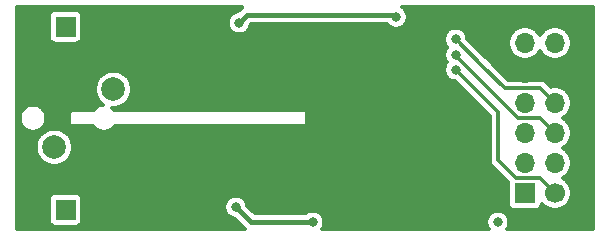
<source format=gbr>
%TF.GenerationSoftware,KiCad,Pcbnew,5.1.9*%
%TF.CreationDate,2021-01-25T14:22:29+03:00*%
%TF.ProjectId,dual-mcp3201-pmod,6475616c-2d6d-4637-9033-3230312d706d,rev?*%
%TF.SameCoordinates,PX4c4b400PY8583b00*%
%TF.FileFunction,Copper,L2,Bot*%
%TF.FilePolarity,Positive*%
%FSLAX46Y46*%
G04 Gerber Fmt 4.6, Leading zero omitted, Abs format (unit mm)*
G04 Created by KiCad (PCBNEW 5.1.9) date 2021-01-25 14:22:29*
%MOMM*%
%LPD*%
G01*
G04 APERTURE LIST*
%TA.AperFunction,ComponentPad*%
%ADD10O,1.700000X1.700000*%
%TD*%
%TA.AperFunction,ComponentPad*%
%ADD11R,1.700000X1.700000*%
%TD*%
%TA.AperFunction,ComponentPad*%
%ADD12C,1.700000*%
%TD*%
%TA.AperFunction,ComponentPad*%
%ADD13C,2.000000*%
%TD*%
%TA.AperFunction,ViaPad*%
%ADD14C,0.800000*%
%TD*%
%TA.AperFunction,Conductor*%
%ADD15C,0.400000*%
%TD*%
%TA.AperFunction,Conductor*%
%ADD16C,0.300000*%
%TD*%
%TA.AperFunction,Conductor*%
%ADD17C,0.350000*%
%TD*%
%TA.AperFunction,Conductor*%
%ADD18C,0.100000*%
%TD*%
G04 APERTURE END LIST*
D10*
%TO.P,X4,2*%
%TO.N,GND*%
X2210000Y17750000D03*
D11*
%TO.P,X4,1*%
%TO.N,Net-(C9-Pad1)*%
X4750000Y17750000D03*
%TD*%
D10*
%TO.P,X3,2*%
%TO.N,GND*%
X2210000Y2250000D03*
D11*
%TO.P,X3,1*%
%TO.N,Net-(C2-Pad1)*%
X4750000Y2250000D03*
%TD*%
D12*
%TO.P,X2,7*%
%TO.N,/CS_N1*%
X46170000Y3650000D03*
D11*
%TO.P,X2,1*%
%TO.N,/CS_N0*%
X43630000Y3650000D03*
D10*
%TO.P,X2,8*%
%TO.N,Net-(X2-Pad8)*%
X46170000Y6190000D03*
%TO.P,X2,2*%
%TO.N,Net-(X2-Pad2)*%
X43630000Y6190000D03*
%TO.P,X2,9*%
%TO.N,/MISO1*%
X46170000Y8730000D03*
%TO.P,X2,3*%
%TO.N,/MISO0*%
X43630000Y8730000D03*
%TO.P,X2,10*%
%TO.N,/SCLK1*%
X46170000Y11270000D03*
%TO.P,X2,4*%
%TO.N,/SCLK0*%
X43630000Y11270000D03*
%TO.P,X2,11*%
%TO.N,GND*%
X46170000Y13810000D03*
%TO.P,X2,5*%
X43630000Y13810000D03*
%TO.P,X2,12*%
%TO.N,+VDD_3.3V*%
X46170000Y16350000D03*
%TO.P,X2,6*%
X43630000Y16350000D03*
%TD*%
D13*
%TO.P,X1,3*%
%TO.N,Net-(C9-Pad1)*%
X8800000Y12450000D03*
%TO.P,X1,2*%
%TO.N,Net-(C2-Pad1)*%
X3800000Y7550000D03*
%TO.P,X1,1*%
%TO.N,GND*%
X2000000Y12450000D03*
%TD*%
D14*
%TO.N,*%
X41350000Y1200000D03*
%TO.N,Net-(C1-Pad2)*%
X25670000Y1190000D03*
X19170000Y2470000D03*
%TO.N,GND*%
X11700000Y18650000D03*
X11700000Y8400000D03*
X11700000Y11600000D03*
X38750000Y8450000D03*
X30250000Y7500000D03*
X35250000Y8500000D03*
X29095000Y14095000D03*
X19450000Y6250000D03*
X19450000Y16750000D03*
X26250000Y14750000D03*
X26250000Y9300000D03*
X29050000Y1600000D03*
X23700000Y3375000D03*
X17750000Y4800000D03*
X17750000Y15050000D03*
X23700000Y13640000D03*
X41799998Y18250000D03*
%TO.N,/SCLK1*%
X37775000Y16675000D03*
%TO.N,/MISO1*%
X37775000Y15350000D03*
%TO.N,/CS_N1*%
X37775000Y14100000D03*
%TO.N,Net-(C8-Pad2)*%
X19460000Y18070000D03*
X32740000Y18560000D03*
%TD*%
D15*
%TO.N,Net-(C1-Pad2)*%
X19180000Y2470000D02*
X19170000Y2470000D01*
X20460000Y1190000D02*
X19180000Y2470000D01*
X25670000Y1190000D02*
X20460000Y1190000D01*
%TO.N,/SCLK1*%
X37775000Y16675000D02*
X37845000Y16675000D01*
D16*
X40020000Y14430000D02*
X37775000Y16675000D01*
X44900000Y12540000D02*
X41910000Y12540000D01*
X41910000Y12540000D02*
X40020000Y14430000D01*
X46170000Y11270000D02*
X44900000Y12540000D01*
%TO.N,/MISO1*%
X37775000Y15275000D02*
X37775000Y15350000D01*
X43050000Y10000000D02*
X37775000Y15275000D01*
X44900000Y10000000D02*
X43050000Y10000000D01*
X46170000Y8730000D02*
X44900000Y10000000D01*
D15*
%TO.N,/CS_N1*%
X46050002Y3650000D02*
X46170000Y3650000D01*
D16*
X41370000Y10500000D02*
X41370000Y6470000D01*
X37775000Y14095000D02*
X41370000Y10500000D01*
X37775000Y14100000D02*
X37775000Y14095000D01*
X44890000Y4930000D02*
X46170000Y3650000D01*
X42910000Y4930000D02*
X44890000Y4930000D01*
X41370000Y6470000D02*
X42910000Y4930000D01*
D15*
%TO.N,Net-(C8-Pad2)*%
X32550000Y18750000D02*
X20140000Y18750000D01*
X20140000Y18750000D02*
X19460000Y18070000D01*
X32740000Y18560000D02*
X32550000Y18750000D01*
%TD*%
D17*
%TO.N,GND*%
X19707349Y19397506D02*
X19664888Y19362658D01*
X19589341Y19300659D01*
X19565072Y19271087D01*
X19332782Y19038796D01*
X19175603Y19007532D01*
X18998164Y18934034D01*
X18838473Y18827332D01*
X18702668Y18691527D01*
X18595966Y18531836D01*
X18522468Y18354397D01*
X18485000Y18166029D01*
X18485000Y17973971D01*
X18522468Y17785603D01*
X18595966Y17608164D01*
X18702668Y17448473D01*
X18838473Y17312668D01*
X18998164Y17205966D01*
X19175603Y17132468D01*
X19363971Y17095000D01*
X19556029Y17095000D01*
X19744397Y17132468D01*
X19921836Y17205966D01*
X20081527Y17312668D01*
X20217332Y17448473D01*
X20324034Y17608164D01*
X20397532Y17785603D01*
X20428796Y17942782D01*
X20461015Y17975000D01*
X31958261Y17975000D01*
X31982668Y17938473D01*
X32118473Y17802668D01*
X32278164Y17695966D01*
X32455603Y17622468D01*
X32643971Y17585000D01*
X32836029Y17585000D01*
X33024397Y17622468D01*
X33201836Y17695966D01*
X33361527Y17802668D01*
X33497332Y17938473D01*
X33604034Y18098164D01*
X33677532Y18275603D01*
X33715000Y18463971D01*
X33715000Y18656029D01*
X33677532Y18844397D01*
X33604034Y19021836D01*
X33497332Y19181527D01*
X33361527Y19317332D01*
X33237805Y19400000D01*
X49400001Y19400000D01*
X49400000Y600000D01*
X42121716Y600000D01*
X42214034Y738164D01*
X42287532Y915603D01*
X42325000Y1103971D01*
X42325000Y1296029D01*
X42287532Y1484397D01*
X42214034Y1661836D01*
X42107332Y1821527D01*
X41971527Y1957332D01*
X41811836Y2064034D01*
X41634397Y2137532D01*
X41446029Y2175000D01*
X41253971Y2175000D01*
X41065603Y2137532D01*
X40888164Y2064034D01*
X40728473Y1957332D01*
X40592668Y1821527D01*
X40485966Y1661836D01*
X40412468Y1484397D01*
X40375000Y1296029D01*
X40375000Y1103971D01*
X40412468Y915603D01*
X40485966Y738164D01*
X40578284Y600000D01*
X26448398Y600000D01*
X26534034Y728164D01*
X26607532Y905603D01*
X26645000Y1093971D01*
X26645000Y1286029D01*
X26607532Y1474397D01*
X26534034Y1651836D01*
X26427332Y1811527D01*
X26291527Y1947332D01*
X26131836Y2054034D01*
X25954397Y2127532D01*
X25766029Y2165000D01*
X25573971Y2165000D01*
X25385603Y2127532D01*
X25208164Y2054034D01*
X25074915Y1965000D01*
X20781015Y1965000D01*
X20136313Y2609701D01*
X20107532Y2754397D01*
X20034034Y2931836D01*
X19927332Y3091527D01*
X19791527Y3227332D01*
X19631836Y3334034D01*
X19454397Y3407532D01*
X19266029Y3445000D01*
X19073971Y3445000D01*
X18885603Y3407532D01*
X18708164Y3334034D01*
X18548473Y3227332D01*
X18412668Y3091527D01*
X18305966Y2931836D01*
X18232468Y2754397D01*
X18195000Y2566029D01*
X18195000Y2373971D01*
X18232468Y2185603D01*
X18305966Y2008164D01*
X18412668Y1848473D01*
X18548473Y1712668D01*
X18708164Y1605966D01*
X18885603Y1532468D01*
X19055265Y1498721D01*
X19885072Y668913D01*
X19909341Y639341D01*
X19957278Y600000D01*
X600000Y600000D01*
X600000Y3100000D01*
X3322218Y3100000D01*
X3322218Y1400000D01*
X3333320Y1287280D01*
X3366199Y1178892D01*
X3419592Y1079002D01*
X3491446Y991446D01*
X3579002Y919592D01*
X3678892Y866199D01*
X3787280Y833320D01*
X3900000Y822218D01*
X5600000Y822218D01*
X5712720Y833320D01*
X5821108Y866199D01*
X5920998Y919592D01*
X6008554Y991446D01*
X6080408Y1079002D01*
X6133801Y1178892D01*
X6166680Y1287280D01*
X6177782Y1400000D01*
X6177782Y3100000D01*
X6166680Y3212720D01*
X6133801Y3321108D01*
X6080408Y3420998D01*
X6008554Y3508554D01*
X5920998Y3580408D01*
X5821108Y3633801D01*
X5712720Y3666680D01*
X5600000Y3677782D01*
X3900000Y3677782D01*
X3787280Y3666680D01*
X3678892Y3633801D01*
X3579002Y3580408D01*
X3491446Y3508554D01*
X3419592Y3420998D01*
X3366199Y3321108D01*
X3333320Y3212720D01*
X3322218Y3100000D01*
X600000Y3100000D01*
X600000Y7705124D01*
X2225000Y7705124D01*
X2225000Y7394876D01*
X2285526Y7090589D01*
X2404253Y6803958D01*
X2576617Y6545996D01*
X2795996Y6326617D01*
X3053958Y6154253D01*
X3340589Y6035526D01*
X3644876Y5975000D01*
X3955124Y5975000D01*
X4259411Y6035526D01*
X4546042Y6154253D01*
X4804004Y6326617D01*
X5023383Y6545996D01*
X5195747Y6803958D01*
X5314474Y7090589D01*
X5375000Y7394876D01*
X5375000Y7705124D01*
X5314474Y8009411D01*
X5195747Y8296042D01*
X5023383Y8554004D01*
X4804004Y8773383D01*
X4546042Y8945747D01*
X4259411Y9064474D01*
X3955124Y9125000D01*
X3644876Y9125000D01*
X3340589Y9064474D01*
X3053958Y8945747D01*
X2795996Y8773383D01*
X2576617Y8554004D01*
X2404253Y8296042D01*
X2285526Y8009411D01*
X2225000Y7705124D01*
X600000Y7705124D01*
X600000Y10110803D01*
X875000Y10110803D01*
X875000Y9889197D01*
X918233Y9671850D01*
X1003038Y9467113D01*
X1126156Y9282855D01*
X1282855Y9126156D01*
X1467113Y9003038D01*
X1671850Y8918233D01*
X1889197Y8875000D01*
X2110803Y8875000D01*
X2328150Y8918233D01*
X2532887Y9003038D01*
X2717145Y9126156D01*
X2873844Y9282855D01*
X2996962Y9467113D01*
X3081767Y9671850D01*
X3125000Y9889197D01*
X3125000Y10110803D01*
X3081767Y10328150D01*
X3010585Y10500000D01*
X5075000Y10500000D01*
X5075000Y9500000D01*
X5078363Y9465859D01*
X5088321Y9433030D01*
X5104493Y9402775D01*
X5126256Y9376256D01*
X5152775Y9354493D01*
X5183030Y9338321D01*
X5215859Y9328363D01*
X5250000Y9325000D01*
X7097995Y9325000D01*
X7126156Y9282855D01*
X7282855Y9126156D01*
X7467113Y9003038D01*
X7671850Y8918233D01*
X7889197Y8875000D01*
X8110803Y8875000D01*
X8328150Y8918233D01*
X8532887Y9003038D01*
X8717145Y9126156D01*
X8873844Y9282855D01*
X8902005Y9325000D01*
X25000000Y9325000D01*
X25034141Y9328363D01*
X25066970Y9338321D01*
X25097225Y9354493D01*
X25123744Y9376256D01*
X25145507Y9402775D01*
X25161679Y9433030D01*
X25171637Y9465859D01*
X25175000Y9500000D01*
X25175000Y10500000D01*
X25171637Y10534141D01*
X25161679Y10566970D01*
X25145507Y10597225D01*
X25123744Y10623744D01*
X25097225Y10645507D01*
X25066970Y10661679D01*
X25034141Y10671637D01*
X25000000Y10675000D01*
X8902005Y10675000D01*
X8873844Y10717145D01*
X8717145Y10873844D01*
X8715415Y10875000D01*
X8955124Y10875000D01*
X9259411Y10935526D01*
X9546042Y11054253D01*
X9804004Y11226617D01*
X10023383Y11445996D01*
X10195747Y11703958D01*
X10314474Y11990589D01*
X10375000Y12294876D01*
X10375000Y12605124D01*
X10314474Y12909411D01*
X10195747Y13196042D01*
X10023383Y13454004D01*
X9804004Y13673383D01*
X9546042Y13845747D01*
X9259411Y13964474D01*
X8955124Y14025000D01*
X8644876Y14025000D01*
X8340589Y13964474D01*
X8053958Y13845747D01*
X7795996Y13673383D01*
X7576617Y13454004D01*
X7404253Y13196042D01*
X7285526Y12909411D01*
X7225000Y12605124D01*
X7225000Y12294876D01*
X7285526Y11990589D01*
X7404253Y11703958D01*
X7576617Y11445996D01*
X7795996Y11226617D01*
X7948077Y11125000D01*
X7889197Y11125000D01*
X7671850Y11081767D01*
X7467113Y10996962D01*
X7282855Y10873844D01*
X7126156Y10717145D01*
X7097995Y10675000D01*
X5250000Y10675000D01*
X5215859Y10671637D01*
X5183030Y10661679D01*
X5152775Y10645507D01*
X5126256Y10623744D01*
X5104493Y10597225D01*
X5088321Y10566970D01*
X5078363Y10534141D01*
X5075000Y10500000D01*
X3010585Y10500000D01*
X2996962Y10532887D01*
X2873844Y10717145D01*
X2717145Y10873844D01*
X2532887Y10996962D01*
X2328150Y11081767D01*
X2110803Y11125000D01*
X1889197Y11125000D01*
X1671850Y11081767D01*
X1467113Y10996962D01*
X1282855Y10873844D01*
X1126156Y10717145D01*
X1003038Y10532887D01*
X918233Y10328150D01*
X875000Y10110803D01*
X600000Y10110803D01*
X600000Y18600000D01*
X3322218Y18600000D01*
X3322218Y16900000D01*
X3333320Y16787280D01*
X3366199Y16678892D01*
X3419592Y16579002D01*
X3491446Y16491446D01*
X3579002Y16419592D01*
X3678892Y16366199D01*
X3787280Y16333320D01*
X3900000Y16322218D01*
X5600000Y16322218D01*
X5712720Y16333320D01*
X5821108Y16366199D01*
X5920998Y16419592D01*
X6008554Y16491446D01*
X6080408Y16579002D01*
X6133801Y16678892D01*
X6161750Y16771029D01*
X36800000Y16771029D01*
X36800000Y16578971D01*
X36837468Y16390603D01*
X36910966Y16213164D01*
X37017668Y16053473D01*
X37058641Y16012500D01*
X37017668Y15971527D01*
X36910966Y15811836D01*
X36837468Y15634397D01*
X36800000Y15446029D01*
X36800000Y15253971D01*
X36837468Y15065603D01*
X36910966Y14888164D01*
X37017668Y14728473D01*
X37021141Y14725000D01*
X37017668Y14721527D01*
X36910966Y14561836D01*
X36837468Y14384397D01*
X36800000Y14196029D01*
X36800000Y14003971D01*
X36837468Y13815603D01*
X36910966Y13638164D01*
X37017668Y13478473D01*
X37153473Y13342668D01*
X37313164Y13235966D01*
X37490603Y13162468D01*
X37678971Y13125000D01*
X37719696Y13125000D01*
X40645000Y10199695D01*
X40645001Y6505607D01*
X40641494Y6470000D01*
X40655492Y6327876D01*
X40696947Y6191213D01*
X40764269Y6065264D01*
X40832170Y5982526D01*
X40832173Y5982523D01*
X40854869Y5954868D01*
X40882523Y5932173D01*
X42212303Y4602392D01*
X42202218Y4500000D01*
X42202218Y2800000D01*
X42213320Y2687280D01*
X42246199Y2578892D01*
X42299592Y2479002D01*
X42371446Y2391446D01*
X42459002Y2319592D01*
X42558892Y2266199D01*
X42667280Y2233320D01*
X42780000Y2222218D01*
X44480000Y2222218D01*
X44592720Y2233320D01*
X44701108Y2266199D01*
X44800998Y2319592D01*
X44888554Y2391446D01*
X44960408Y2479002D01*
X45013801Y2578892D01*
X45046680Y2687280D01*
X45053457Y2756091D01*
X45063130Y2741615D01*
X45261615Y2543130D01*
X45495009Y2387181D01*
X45754343Y2279762D01*
X46029650Y2225000D01*
X46310350Y2225000D01*
X46585657Y2279762D01*
X46844991Y2387181D01*
X47078385Y2543130D01*
X47276870Y2741615D01*
X47432819Y2975009D01*
X47540238Y3234343D01*
X47595000Y3509650D01*
X47595000Y3790350D01*
X47540238Y4065657D01*
X47432819Y4324991D01*
X47276870Y4558385D01*
X47078385Y4756870D01*
X46844991Y4912819D01*
X46827654Y4920000D01*
X46844991Y4927181D01*
X47078385Y5083130D01*
X47276870Y5281615D01*
X47432819Y5515009D01*
X47540238Y5774343D01*
X47595000Y6049650D01*
X47595000Y6330350D01*
X47540238Y6605657D01*
X47432819Y6864991D01*
X47276870Y7098385D01*
X47078385Y7296870D01*
X46844991Y7452819D01*
X46827654Y7460000D01*
X46844991Y7467181D01*
X47078385Y7623130D01*
X47276870Y7821615D01*
X47432819Y8055009D01*
X47540238Y8314343D01*
X47595000Y8589650D01*
X47595000Y8870350D01*
X47540238Y9145657D01*
X47432819Y9404991D01*
X47276870Y9638385D01*
X47078385Y9836870D01*
X46844991Y9992819D01*
X46827654Y10000000D01*
X46844991Y10007181D01*
X47078385Y10163130D01*
X47276870Y10361615D01*
X47432819Y10595009D01*
X47540238Y10854343D01*
X47595000Y11129650D01*
X47595000Y11410350D01*
X47540238Y11685657D01*
X47432819Y11944991D01*
X47276870Y12178385D01*
X47078385Y12376870D01*
X46844991Y12532819D01*
X46585657Y12640238D01*
X46310350Y12695000D01*
X46029650Y12695000D01*
X45813333Y12651972D01*
X45437832Y13027472D01*
X45415132Y13055132D01*
X45304737Y13145731D01*
X45178788Y13213053D01*
X45042125Y13254509D01*
X44935607Y13265000D01*
X44935597Y13265000D01*
X44900000Y13268506D01*
X44864403Y13265000D01*
X42210305Y13265000D01*
X40557834Y14917470D01*
X40557830Y14917475D01*
X38984955Y16490350D01*
X42205000Y16490350D01*
X42205000Y16209650D01*
X42259762Y15934343D01*
X42367181Y15675009D01*
X42523130Y15441615D01*
X42721615Y15243130D01*
X42955009Y15087181D01*
X43214343Y14979762D01*
X43489650Y14925000D01*
X43770350Y14925000D01*
X44045657Y14979762D01*
X44304991Y15087181D01*
X44538385Y15243130D01*
X44736870Y15441615D01*
X44892819Y15675009D01*
X44900000Y15692346D01*
X44907181Y15675009D01*
X45063130Y15441615D01*
X45261615Y15243130D01*
X45495009Y15087181D01*
X45754343Y14979762D01*
X46029650Y14925000D01*
X46310350Y14925000D01*
X46585657Y14979762D01*
X46844991Y15087181D01*
X47078385Y15243130D01*
X47276870Y15441615D01*
X47432819Y15675009D01*
X47540238Y15934343D01*
X47595000Y16209650D01*
X47595000Y16490350D01*
X47540238Y16765657D01*
X47432819Y17024991D01*
X47276870Y17258385D01*
X47078385Y17456870D01*
X46844991Y17612819D01*
X46585657Y17720238D01*
X46310350Y17775000D01*
X46029650Y17775000D01*
X45754343Y17720238D01*
X45495009Y17612819D01*
X45261615Y17456870D01*
X45063130Y17258385D01*
X44907181Y17024991D01*
X44900000Y17007654D01*
X44892819Y17024991D01*
X44736870Y17258385D01*
X44538385Y17456870D01*
X44304991Y17612819D01*
X44045657Y17720238D01*
X43770350Y17775000D01*
X43489650Y17775000D01*
X43214343Y17720238D01*
X42955009Y17612819D01*
X42721615Y17456870D01*
X42523130Y17258385D01*
X42367181Y17024991D01*
X42259762Y16765657D01*
X42205000Y16490350D01*
X38984955Y16490350D01*
X38750000Y16725304D01*
X38750000Y16771029D01*
X38712532Y16959397D01*
X38639034Y17136836D01*
X38532332Y17296527D01*
X38396527Y17432332D01*
X38236836Y17539034D01*
X38059397Y17612532D01*
X37871029Y17650000D01*
X37678971Y17650000D01*
X37490603Y17612532D01*
X37313164Y17539034D01*
X37153473Y17432332D01*
X37017668Y17296527D01*
X36910966Y17136836D01*
X36837468Y16959397D01*
X36800000Y16771029D01*
X6161750Y16771029D01*
X6166680Y16787280D01*
X6177782Y16900000D01*
X6177782Y18600000D01*
X6166680Y18712720D01*
X6133801Y18821108D01*
X6080408Y18920998D01*
X6008554Y19008554D01*
X5920998Y19080408D01*
X5821108Y19133801D01*
X5712720Y19166680D01*
X5600000Y19177782D01*
X3900000Y19177782D01*
X3787280Y19166680D01*
X3678892Y19133801D01*
X3579002Y19080408D01*
X3491446Y19008554D01*
X3419592Y18920998D01*
X3366199Y18821108D01*
X3333320Y18712720D01*
X3322218Y18600000D01*
X600000Y18600000D01*
X600000Y19400000D01*
X19712015Y19400000D01*
X19707349Y19397506D01*
%TA.AperFunction,Conductor*%
D18*
G36*
X19707349Y19397506D02*
G01*
X19664888Y19362658D01*
X19589341Y19300659D01*
X19565072Y19271087D01*
X19332782Y19038796D01*
X19175603Y19007532D01*
X18998164Y18934034D01*
X18838473Y18827332D01*
X18702668Y18691527D01*
X18595966Y18531836D01*
X18522468Y18354397D01*
X18485000Y18166029D01*
X18485000Y17973971D01*
X18522468Y17785603D01*
X18595966Y17608164D01*
X18702668Y17448473D01*
X18838473Y17312668D01*
X18998164Y17205966D01*
X19175603Y17132468D01*
X19363971Y17095000D01*
X19556029Y17095000D01*
X19744397Y17132468D01*
X19921836Y17205966D01*
X20081527Y17312668D01*
X20217332Y17448473D01*
X20324034Y17608164D01*
X20397532Y17785603D01*
X20428796Y17942782D01*
X20461015Y17975000D01*
X31958261Y17975000D01*
X31982668Y17938473D01*
X32118473Y17802668D01*
X32278164Y17695966D01*
X32455603Y17622468D01*
X32643971Y17585000D01*
X32836029Y17585000D01*
X33024397Y17622468D01*
X33201836Y17695966D01*
X33361527Y17802668D01*
X33497332Y17938473D01*
X33604034Y18098164D01*
X33677532Y18275603D01*
X33715000Y18463971D01*
X33715000Y18656029D01*
X33677532Y18844397D01*
X33604034Y19021836D01*
X33497332Y19181527D01*
X33361527Y19317332D01*
X33237805Y19400000D01*
X49400001Y19400000D01*
X49400000Y600000D01*
X42121716Y600000D01*
X42214034Y738164D01*
X42287532Y915603D01*
X42325000Y1103971D01*
X42325000Y1296029D01*
X42287532Y1484397D01*
X42214034Y1661836D01*
X42107332Y1821527D01*
X41971527Y1957332D01*
X41811836Y2064034D01*
X41634397Y2137532D01*
X41446029Y2175000D01*
X41253971Y2175000D01*
X41065603Y2137532D01*
X40888164Y2064034D01*
X40728473Y1957332D01*
X40592668Y1821527D01*
X40485966Y1661836D01*
X40412468Y1484397D01*
X40375000Y1296029D01*
X40375000Y1103971D01*
X40412468Y915603D01*
X40485966Y738164D01*
X40578284Y600000D01*
X26448398Y600000D01*
X26534034Y728164D01*
X26607532Y905603D01*
X26645000Y1093971D01*
X26645000Y1286029D01*
X26607532Y1474397D01*
X26534034Y1651836D01*
X26427332Y1811527D01*
X26291527Y1947332D01*
X26131836Y2054034D01*
X25954397Y2127532D01*
X25766029Y2165000D01*
X25573971Y2165000D01*
X25385603Y2127532D01*
X25208164Y2054034D01*
X25074915Y1965000D01*
X20781015Y1965000D01*
X20136313Y2609701D01*
X20107532Y2754397D01*
X20034034Y2931836D01*
X19927332Y3091527D01*
X19791527Y3227332D01*
X19631836Y3334034D01*
X19454397Y3407532D01*
X19266029Y3445000D01*
X19073971Y3445000D01*
X18885603Y3407532D01*
X18708164Y3334034D01*
X18548473Y3227332D01*
X18412668Y3091527D01*
X18305966Y2931836D01*
X18232468Y2754397D01*
X18195000Y2566029D01*
X18195000Y2373971D01*
X18232468Y2185603D01*
X18305966Y2008164D01*
X18412668Y1848473D01*
X18548473Y1712668D01*
X18708164Y1605966D01*
X18885603Y1532468D01*
X19055265Y1498721D01*
X19885072Y668913D01*
X19909341Y639341D01*
X19957278Y600000D01*
X600000Y600000D01*
X600000Y3100000D01*
X3322218Y3100000D01*
X3322218Y1400000D01*
X3333320Y1287280D01*
X3366199Y1178892D01*
X3419592Y1079002D01*
X3491446Y991446D01*
X3579002Y919592D01*
X3678892Y866199D01*
X3787280Y833320D01*
X3900000Y822218D01*
X5600000Y822218D01*
X5712720Y833320D01*
X5821108Y866199D01*
X5920998Y919592D01*
X6008554Y991446D01*
X6080408Y1079002D01*
X6133801Y1178892D01*
X6166680Y1287280D01*
X6177782Y1400000D01*
X6177782Y3100000D01*
X6166680Y3212720D01*
X6133801Y3321108D01*
X6080408Y3420998D01*
X6008554Y3508554D01*
X5920998Y3580408D01*
X5821108Y3633801D01*
X5712720Y3666680D01*
X5600000Y3677782D01*
X3900000Y3677782D01*
X3787280Y3666680D01*
X3678892Y3633801D01*
X3579002Y3580408D01*
X3491446Y3508554D01*
X3419592Y3420998D01*
X3366199Y3321108D01*
X3333320Y3212720D01*
X3322218Y3100000D01*
X600000Y3100000D01*
X600000Y7705124D01*
X2225000Y7705124D01*
X2225000Y7394876D01*
X2285526Y7090589D01*
X2404253Y6803958D01*
X2576617Y6545996D01*
X2795996Y6326617D01*
X3053958Y6154253D01*
X3340589Y6035526D01*
X3644876Y5975000D01*
X3955124Y5975000D01*
X4259411Y6035526D01*
X4546042Y6154253D01*
X4804004Y6326617D01*
X5023383Y6545996D01*
X5195747Y6803958D01*
X5314474Y7090589D01*
X5375000Y7394876D01*
X5375000Y7705124D01*
X5314474Y8009411D01*
X5195747Y8296042D01*
X5023383Y8554004D01*
X4804004Y8773383D01*
X4546042Y8945747D01*
X4259411Y9064474D01*
X3955124Y9125000D01*
X3644876Y9125000D01*
X3340589Y9064474D01*
X3053958Y8945747D01*
X2795996Y8773383D01*
X2576617Y8554004D01*
X2404253Y8296042D01*
X2285526Y8009411D01*
X2225000Y7705124D01*
X600000Y7705124D01*
X600000Y10110803D01*
X875000Y10110803D01*
X875000Y9889197D01*
X918233Y9671850D01*
X1003038Y9467113D01*
X1126156Y9282855D01*
X1282855Y9126156D01*
X1467113Y9003038D01*
X1671850Y8918233D01*
X1889197Y8875000D01*
X2110803Y8875000D01*
X2328150Y8918233D01*
X2532887Y9003038D01*
X2717145Y9126156D01*
X2873844Y9282855D01*
X2996962Y9467113D01*
X3081767Y9671850D01*
X3125000Y9889197D01*
X3125000Y10110803D01*
X3081767Y10328150D01*
X3010585Y10500000D01*
X5075000Y10500000D01*
X5075000Y9500000D01*
X5078363Y9465859D01*
X5088321Y9433030D01*
X5104493Y9402775D01*
X5126256Y9376256D01*
X5152775Y9354493D01*
X5183030Y9338321D01*
X5215859Y9328363D01*
X5250000Y9325000D01*
X7097995Y9325000D01*
X7126156Y9282855D01*
X7282855Y9126156D01*
X7467113Y9003038D01*
X7671850Y8918233D01*
X7889197Y8875000D01*
X8110803Y8875000D01*
X8328150Y8918233D01*
X8532887Y9003038D01*
X8717145Y9126156D01*
X8873844Y9282855D01*
X8902005Y9325000D01*
X25000000Y9325000D01*
X25034141Y9328363D01*
X25066970Y9338321D01*
X25097225Y9354493D01*
X25123744Y9376256D01*
X25145507Y9402775D01*
X25161679Y9433030D01*
X25171637Y9465859D01*
X25175000Y9500000D01*
X25175000Y10500000D01*
X25171637Y10534141D01*
X25161679Y10566970D01*
X25145507Y10597225D01*
X25123744Y10623744D01*
X25097225Y10645507D01*
X25066970Y10661679D01*
X25034141Y10671637D01*
X25000000Y10675000D01*
X8902005Y10675000D01*
X8873844Y10717145D01*
X8717145Y10873844D01*
X8715415Y10875000D01*
X8955124Y10875000D01*
X9259411Y10935526D01*
X9546042Y11054253D01*
X9804004Y11226617D01*
X10023383Y11445996D01*
X10195747Y11703958D01*
X10314474Y11990589D01*
X10375000Y12294876D01*
X10375000Y12605124D01*
X10314474Y12909411D01*
X10195747Y13196042D01*
X10023383Y13454004D01*
X9804004Y13673383D01*
X9546042Y13845747D01*
X9259411Y13964474D01*
X8955124Y14025000D01*
X8644876Y14025000D01*
X8340589Y13964474D01*
X8053958Y13845747D01*
X7795996Y13673383D01*
X7576617Y13454004D01*
X7404253Y13196042D01*
X7285526Y12909411D01*
X7225000Y12605124D01*
X7225000Y12294876D01*
X7285526Y11990589D01*
X7404253Y11703958D01*
X7576617Y11445996D01*
X7795996Y11226617D01*
X7948077Y11125000D01*
X7889197Y11125000D01*
X7671850Y11081767D01*
X7467113Y10996962D01*
X7282855Y10873844D01*
X7126156Y10717145D01*
X7097995Y10675000D01*
X5250000Y10675000D01*
X5215859Y10671637D01*
X5183030Y10661679D01*
X5152775Y10645507D01*
X5126256Y10623744D01*
X5104493Y10597225D01*
X5088321Y10566970D01*
X5078363Y10534141D01*
X5075000Y10500000D01*
X3010585Y10500000D01*
X2996962Y10532887D01*
X2873844Y10717145D01*
X2717145Y10873844D01*
X2532887Y10996962D01*
X2328150Y11081767D01*
X2110803Y11125000D01*
X1889197Y11125000D01*
X1671850Y11081767D01*
X1467113Y10996962D01*
X1282855Y10873844D01*
X1126156Y10717145D01*
X1003038Y10532887D01*
X918233Y10328150D01*
X875000Y10110803D01*
X600000Y10110803D01*
X600000Y18600000D01*
X3322218Y18600000D01*
X3322218Y16900000D01*
X3333320Y16787280D01*
X3366199Y16678892D01*
X3419592Y16579002D01*
X3491446Y16491446D01*
X3579002Y16419592D01*
X3678892Y16366199D01*
X3787280Y16333320D01*
X3900000Y16322218D01*
X5600000Y16322218D01*
X5712720Y16333320D01*
X5821108Y16366199D01*
X5920998Y16419592D01*
X6008554Y16491446D01*
X6080408Y16579002D01*
X6133801Y16678892D01*
X6161750Y16771029D01*
X36800000Y16771029D01*
X36800000Y16578971D01*
X36837468Y16390603D01*
X36910966Y16213164D01*
X37017668Y16053473D01*
X37058641Y16012500D01*
X37017668Y15971527D01*
X36910966Y15811836D01*
X36837468Y15634397D01*
X36800000Y15446029D01*
X36800000Y15253971D01*
X36837468Y15065603D01*
X36910966Y14888164D01*
X37017668Y14728473D01*
X37021141Y14725000D01*
X37017668Y14721527D01*
X36910966Y14561836D01*
X36837468Y14384397D01*
X36800000Y14196029D01*
X36800000Y14003971D01*
X36837468Y13815603D01*
X36910966Y13638164D01*
X37017668Y13478473D01*
X37153473Y13342668D01*
X37313164Y13235966D01*
X37490603Y13162468D01*
X37678971Y13125000D01*
X37719696Y13125000D01*
X40645000Y10199695D01*
X40645001Y6505607D01*
X40641494Y6470000D01*
X40655492Y6327876D01*
X40696947Y6191213D01*
X40764269Y6065264D01*
X40832170Y5982526D01*
X40832173Y5982523D01*
X40854869Y5954868D01*
X40882523Y5932173D01*
X42212303Y4602392D01*
X42202218Y4500000D01*
X42202218Y2800000D01*
X42213320Y2687280D01*
X42246199Y2578892D01*
X42299592Y2479002D01*
X42371446Y2391446D01*
X42459002Y2319592D01*
X42558892Y2266199D01*
X42667280Y2233320D01*
X42780000Y2222218D01*
X44480000Y2222218D01*
X44592720Y2233320D01*
X44701108Y2266199D01*
X44800998Y2319592D01*
X44888554Y2391446D01*
X44960408Y2479002D01*
X45013801Y2578892D01*
X45046680Y2687280D01*
X45053457Y2756091D01*
X45063130Y2741615D01*
X45261615Y2543130D01*
X45495009Y2387181D01*
X45754343Y2279762D01*
X46029650Y2225000D01*
X46310350Y2225000D01*
X46585657Y2279762D01*
X46844991Y2387181D01*
X47078385Y2543130D01*
X47276870Y2741615D01*
X47432819Y2975009D01*
X47540238Y3234343D01*
X47595000Y3509650D01*
X47595000Y3790350D01*
X47540238Y4065657D01*
X47432819Y4324991D01*
X47276870Y4558385D01*
X47078385Y4756870D01*
X46844991Y4912819D01*
X46827654Y4920000D01*
X46844991Y4927181D01*
X47078385Y5083130D01*
X47276870Y5281615D01*
X47432819Y5515009D01*
X47540238Y5774343D01*
X47595000Y6049650D01*
X47595000Y6330350D01*
X47540238Y6605657D01*
X47432819Y6864991D01*
X47276870Y7098385D01*
X47078385Y7296870D01*
X46844991Y7452819D01*
X46827654Y7460000D01*
X46844991Y7467181D01*
X47078385Y7623130D01*
X47276870Y7821615D01*
X47432819Y8055009D01*
X47540238Y8314343D01*
X47595000Y8589650D01*
X47595000Y8870350D01*
X47540238Y9145657D01*
X47432819Y9404991D01*
X47276870Y9638385D01*
X47078385Y9836870D01*
X46844991Y9992819D01*
X46827654Y10000000D01*
X46844991Y10007181D01*
X47078385Y10163130D01*
X47276870Y10361615D01*
X47432819Y10595009D01*
X47540238Y10854343D01*
X47595000Y11129650D01*
X47595000Y11410350D01*
X47540238Y11685657D01*
X47432819Y11944991D01*
X47276870Y12178385D01*
X47078385Y12376870D01*
X46844991Y12532819D01*
X46585657Y12640238D01*
X46310350Y12695000D01*
X46029650Y12695000D01*
X45813333Y12651972D01*
X45437832Y13027472D01*
X45415132Y13055132D01*
X45304737Y13145731D01*
X45178788Y13213053D01*
X45042125Y13254509D01*
X44935607Y13265000D01*
X44935597Y13265000D01*
X44900000Y13268506D01*
X44864403Y13265000D01*
X42210305Y13265000D01*
X40557834Y14917470D01*
X40557830Y14917475D01*
X38984955Y16490350D01*
X42205000Y16490350D01*
X42205000Y16209650D01*
X42259762Y15934343D01*
X42367181Y15675009D01*
X42523130Y15441615D01*
X42721615Y15243130D01*
X42955009Y15087181D01*
X43214343Y14979762D01*
X43489650Y14925000D01*
X43770350Y14925000D01*
X44045657Y14979762D01*
X44304991Y15087181D01*
X44538385Y15243130D01*
X44736870Y15441615D01*
X44892819Y15675009D01*
X44900000Y15692346D01*
X44907181Y15675009D01*
X45063130Y15441615D01*
X45261615Y15243130D01*
X45495009Y15087181D01*
X45754343Y14979762D01*
X46029650Y14925000D01*
X46310350Y14925000D01*
X46585657Y14979762D01*
X46844991Y15087181D01*
X47078385Y15243130D01*
X47276870Y15441615D01*
X47432819Y15675009D01*
X47540238Y15934343D01*
X47595000Y16209650D01*
X47595000Y16490350D01*
X47540238Y16765657D01*
X47432819Y17024991D01*
X47276870Y17258385D01*
X47078385Y17456870D01*
X46844991Y17612819D01*
X46585657Y17720238D01*
X46310350Y17775000D01*
X46029650Y17775000D01*
X45754343Y17720238D01*
X45495009Y17612819D01*
X45261615Y17456870D01*
X45063130Y17258385D01*
X44907181Y17024991D01*
X44900000Y17007654D01*
X44892819Y17024991D01*
X44736870Y17258385D01*
X44538385Y17456870D01*
X44304991Y17612819D01*
X44045657Y17720238D01*
X43770350Y17775000D01*
X43489650Y17775000D01*
X43214343Y17720238D01*
X42955009Y17612819D01*
X42721615Y17456870D01*
X42523130Y17258385D01*
X42367181Y17024991D01*
X42259762Y16765657D01*
X42205000Y16490350D01*
X38984955Y16490350D01*
X38750000Y16725304D01*
X38750000Y16771029D01*
X38712532Y16959397D01*
X38639034Y17136836D01*
X38532332Y17296527D01*
X38396527Y17432332D01*
X38236836Y17539034D01*
X38059397Y17612532D01*
X37871029Y17650000D01*
X37678971Y17650000D01*
X37490603Y17612532D01*
X37313164Y17539034D01*
X37153473Y17432332D01*
X37017668Y17296527D01*
X36910966Y17136836D01*
X36837468Y16959397D01*
X36800000Y16771029D01*
X6161750Y16771029D01*
X6166680Y16787280D01*
X6177782Y16900000D01*
X6177782Y18600000D01*
X6166680Y18712720D01*
X6133801Y18821108D01*
X6080408Y18920998D01*
X6008554Y19008554D01*
X5920998Y19080408D01*
X5821108Y19133801D01*
X5712720Y19166680D01*
X5600000Y19177782D01*
X3900000Y19177782D01*
X3787280Y19166680D01*
X3678892Y19133801D01*
X3579002Y19080408D01*
X3491446Y19008554D01*
X3419592Y18920998D01*
X3366199Y18821108D01*
X3333320Y18712720D01*
X3322218Y18600000D01*
X600000Y18600000D01*
X600000Y19400000D01*
X19712015Y19400000D01*
X19707349Y19397506D01*
G37*
%TD.AperFunction*%
%TD*%
M02*

</source>
